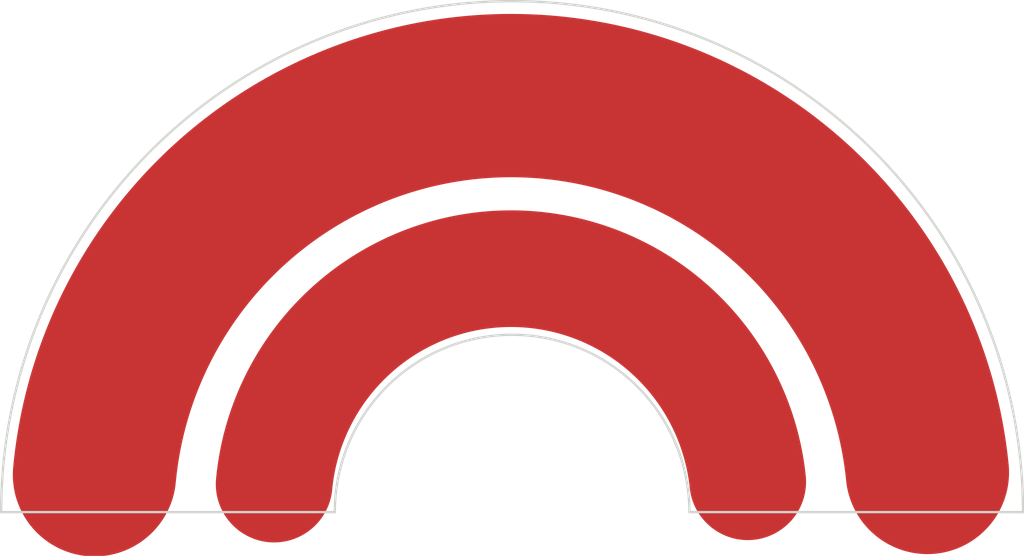
<source format=kicad_pcb>
(kicad_pcb (version 20211014) (generator pcbnew)

  (general
    (thickness 1.6)
  )

  (paper "A4")
  (layers
    (0 "F.Cu" signal)
    (31 "B.Cu" signal)
    (32 "B.Adhes" user "B.Adhesive")
    (33 "F.Adhes" user "F.Adhesive")
    (34 "B.Paste" user)
    (35 "F.Paste" user)
    (36 "B.SilkS" user "B.Silkscreen")
    (37 "F.SilkS" user "F.Silkscreen")
    (38 "B.Mask" user)
    (39 "F.Mask" user)
    (40 "Dwgs.User" user "User.Drawings")
    (41 "Cmts.User" user "User.Comments")
    (42 "Eco1.User" user "User.Eco1")
    (43 "Eco2.User" user "User.Eco2")
    (44 "Edge.Cuts" user)
    (45 "Margin" user)
    (46 "B.CrtYd" user "B.Courtyard")
    (47 "F.CrtYd" user "F.Courtyard")
    (48 "B.Fab" user)
    (49 "F.Fab" user)
    (50 "User.1" user)
    (51 "User.2" user)
    (52 "User.3" user)
    (53 "User.4" user)
    (54 "User.5" user)
    (55 "User.6" user)
    (56 "User.7" user)
    (57 "User.8" user)
    (58 "User.9" user)
  )

  (setup
    (pad_to_mask_clearance 0)
    (pcbplotparams
      (layerselection 0x0001000_7fffffff)
      (disableapertmacros false)
      (usegerberextensions false)
      (usegerberattributes true)
      (usegerberadvancedattributes true)
      (creategerberjobfile true)
      (svguseinch false)
      (svgprecision 6)
      (excludeedgelayer true)
      (plotframeref false)
      (viasonmask false)
      (mode 1)
      (useauxorigin false)
      (hpglpennumber 1)
      (hpglpenspeed 20)
      (hpglpendiameter 15.000000)
      (dxfpolygonmode true)
      (dxfimperialunits true)
      (dxfusepcbnewfont true)
      (psnegative false)
      (psa4output false)
      (plotreference true)
      (plotvalue true)
      (plotinvisibletext false)
      (sketchpadsonfab false)
      (subtractmaskfromsilk false)
      (outputformat 1)
      (mirror false)
      (drillshape 0)
      (scaleselection 1)
      (outputdirectory "D:/OneDrive - purdue.edu/Projects/Balun_Floating/SmallBoard/Outputs")
    )
  )

  (net 0 "")

  (gr_arc (start 122.5 48.7) (mid 140.304614 32.446913) (end 158.2 48.6) (layer "F.Cu") (width 7) (tstamp 09fef290-ad18-448f-b024-9ed55455333d))
  (gr_arc (start 130.2 49.1) (mid 140.304764 39.867082) (end 150.5 49) (layer "F.Cu") (width 5) (tstamp 65cb3240-c489-495d-8920-93a8a906a5f0))
  (gr_arc (start 118.5 50.3) (mid 140.4 28.4) (end 162.3 50.3) (layer "Edge.Cuts") (width 0.1) (tstamp 626679e8-6101-4722-ac57-5b8d9dab4c8b))
  (gr_line (start 162.3 50.3) (end 148 50.3) (layer "Edge.Cuts") (width 0.1) (tstamp 98fe4024-dd1f-4460-ab6c-997be1e2af2c))
  (gr_line (start 132.8 50.3) (end 118.5 50.3) (layer "Edge.Cuts") (width 0.1) (tstamp d70b07f0-7794-49ac-aab9-bba7744f562e))
  (gr_arc (start 132.8 50.3) (mid 140.4 42.7) (end 148 50.3) (layer "Edge.Cuts") (width 0.1) (tstamp efd79052-e146-4d61-9e0a-ba764a5a966b))

)

</source>
